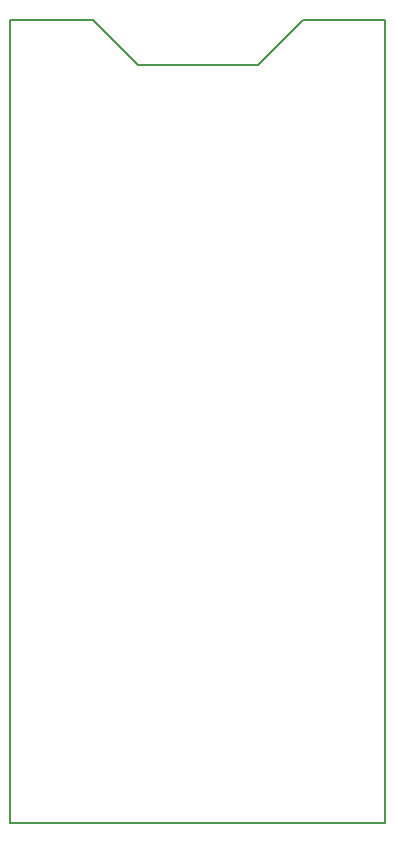
<source format=gbr>
G04 #@! TF.FileFunction,Profile,NP*
%FSLAX46Y46*%
G04 Gerber Fmt 4.6, Leading zero omitted, Abs format (unit mm)*
G04 Created by KiCad (PCBNEW 4.0.4+dfsg1-stable) date Wed Jan 11 18:43:51 2017*
%MOMM*%
%LPD*%
G01*
G04 APERTURE LIST*
%ADD10C,0.100000*%
%ADD11C,0.150000*%
G04 APERTURE END LIST*
D10*
D11*
X80645000Y-118110000D02*
X112395000Y-118110000D01*
X105410000Y-50165000D02*
X112395000Y-50165000D01*
X101600000Y-53975000D02*
X105410000Y-50165000D01*
X91440000Y-53975000D02*
X101600000Y-53975000D01*
X87630000Y-50165000D02*
X91440000Y-53975000D01*
X80645000Y-50165000D02*
X87630000Y-50165000D01*
X80645000Y-50165000D02*
X80645000Y-118110000D01*
X112395000Y-118110000D02*
X112395000Y-50165000D01*
M02*

</source>
